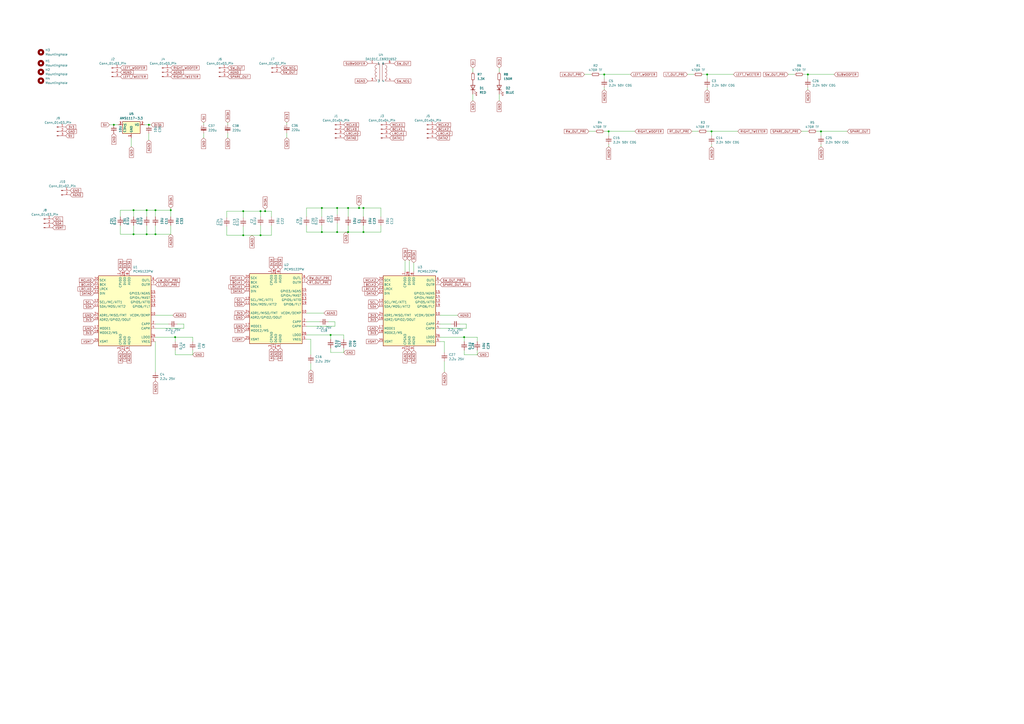
<source format=kicad_sch>
(kicad_sch (version 20231120) (generator "eeschema") (generator_version "8.0")
  (paper "A2")
  (junction (at 85.09 121.92))
  (junction (at 151.13 122.5027))
  (junction (at 353.06 76.2))
  (junction (at 141.0993 136.4727))
  (junction (at 151.13 136.4727))
  (junction (at 90.17 121.92))
  (junction (at 269.24 195.58))
  (junction (at 66.04 72.39))
  (junction (at 153.7993 122.5027))
  (junction (at 201.93 120.65))
  (junction (at 410.21 43.18))
  (junction (at 90.17 135.89))
  (junction (at 210.82 134.62))
  (junction (at 476.25 76.2))
  (junction (at 86.36 72.39))
  (junction (at 195.58 134.62))
  (junction (at 210.82 120.65))
  (junction (at 77.47 121.92))
  (junction (at 186.69 134.62))
  (junction (at 186.69 120.65))
  (junction (at 195.58 120.65))
  (junction (at 141.0993 122.5027))
  (junction (at 101.6 195.58))
  (junction (at 99.06 121.92))
  (junction (at 77.47 135.89))
  (junction (at 201.93 134.62))
  (junction (at 412.75 76.2))
  (junction (at 191.77 194.31))
  (junction (at 208.28 120.65))
  (junction (at 350.52 43.18))
  (junction (at 85.09 135.89))
  (junction (at 468.63 43.18))
  (wire (pts (xy 66.04 72.39) (xy 68.58 72.39)))
  (wire (pts (xy 276.86 205.74) (xy 276.86 203.2)))
  (wire (pts (xy 410.21 52.07) (xy 410.21 50.8)))
  (wire (pts (xy 255.27 195.58) (xy 269.24 195.58)))
  (wire (pts (xy 201.93 134.62) (xy 210.82 134.62)))
  (wire (pts (xy 427.99 76.2) (xy 412.75 76.2)))
  (wire (pts (xy 177.8 194.31) (xy 191.77 194.31)))
  (wire (pts (xy 350.52 45.72) (xy 350.52 43.18)))
  (wire (pts (xy 99.06 125.73) (xy 99.06 121.92)))
  (wire (pts (xy 157.48 122.5027) (xy 153.7993 122.5027)))
  (wire (pts (xy 131.5421 136.4727) (xy 131.5421 131.3569)))
  (wire (pts (xy 199.39 194.31) (xy 199.39 196.85)))
  (wire (pts (xy 177.8 181.61) (xy 187.96 181.61)))
  (wire (pts (xy 118.11 71.12) (xy 118.11 72.263)))
  (wire (pts (xy 153.7993 122.5027) (xy 151.13 122.5027)))
  (wire (pts (xy 131.5421 122.5027) (xy 131.5421 126.2769)))
  (wire (pts (xy 102.87 187.96) (xy 106.68 187.96)))
  (wire (pts (xy 186.69 130.81) (xy 186.69 134.62)))
  (wire (pts (xy 132.08 71.12) (xy 132.08 72.263)))
  (wire (pts (xy 353.06 85.09) (xy 353.06 83.82)))
  (wire (pts (xy 255.27 190.5) (xy 270.51 190.5)))
  (wire (pts (xy 77.47 135.89) (xy 69.85 135.89)))
  (wire (pts (xy 118.11 80.01) (xy 118.11 77.343)))
  (wire (pts (xy 90.17 121.92) (xy 99.06 121.92)))
  (wire (pts (xy 186.69 134.62) (xy 195.58 134.62)))
  (wire (pts (xy 208.28 120.65) (xy 201.93 120.65)))
  (wire (pts (xy 186.69 134.62) (xy 177.8 134.62)))
  (wire (pts (xy 90.17 198.12) (xy 90.17 215.9)))
  (wire (pts (xy 195.58 120.65) (xy 195.58 124.46)))
  (wire (pts (xy 111.76 195.58) (xy 111.76 198.12)))
  (wire (pts (xy 473.71 76.2) (xy 476.25 76.2)))
  (wire (pts (xy 199.39 204.47) (xy 199.39 201.93)))
  (wire (pts (xy 274.32 58.42) (xy 274.32 54.61)))
  (wire (pts (xy 90.17 135.89) (xy 99.06 135.89)))
  (wire (pts (xy 468.63 52.07) (xy 468.63 50.8)))
  (wire (pts (xy 85.09 121.92) (xy 77.47 121.92)))
  (wire (pts (xy 85.09 121.92) (xy 85.09 125.73)))
  (wire (pts (xy 190.5 186.69) (xy 194.31 186.69)))
  (wire (pts (xy 457.2 43.18) (xy 461.01 43.18)))
  (wire (pts (xy 86.36 72.39) (xy 83.82 72.39)))
  (wire (pts (xy 191.77 194.31) (xy 191.77 196.85)))
  (wire (pts (xy 368.3 76.2) (xy 353.06 76.2)))
  (wire (pts (xy 269.24 195.58) (xy 276.86 195.58)))
  (wire (pts (xy 141.0993 122.5027) (xy 131.5421 122.5027)))
  (wire (pts (xy 257.81 209.55) (xy 257.81 215.9)))
  (wire (pts (xy 234.95 151.13) (xy 234.95 157.48)))
  (wire (pts (xy 141.0993 122.5027) (xy 141.0993 126.3127)))
  (wire (pts (xy 132.08 80.01) (xy 132.08 77.343)))
  (wire (pts (xy 106.68 187.96) (xy 106.68 190.5)))
  (wire (pts (xy 186.69 120.65) (xy 177.8 120.65)))
  (wire (pts (xy 201.93 125.73) (xy 201.93 120.65)))
  (wire (pts (xy 210.82 125.73) (xy 210.82 120.65)))
  (wire (pts (xy 90.17 130.81) (xy 90.17 135.89)))
  (wire (pts (xy 339.09 43.18) (xy 342.9 43.18)))
  (wire (pts (xy 210.82 134.62) (xy 220.98 134.62)))
  (wire (pts (xy 412.75 78.74) (xy 412.75 76.2)))
  (wire (pts (xy 180.34 210.82) (xy 180.34 214.63)))
  (wire (pts (xy 237.49 151.13) (xy 237.49 157.48)))
  (wire (pts (xy 90.17 125.73) (xy 90.17 121.92)))
  (wire (pts (xy 186.69 120.65) (xy 186.69 125.73)))
  (wire (pts (xy 201.93 130.81) (xy 201.93 134.62)))
  (wire (pts (xy 101.6 205.74) (xy 101.6 203.2)))
  (wire (pts (xy 77.47 121.92) (xy 69.85 121.92)))
  (wire (pts (xy 412.75 85.09) (xy 412.75 83.82)))
  (wire (pts (xy 195.58 134.62) (xy 201.93 134.62)))
  (wire (pts (xy 151.13 122.5027) (xy 151.13 125.73)))
  (wire (pts (xy 483.87 43.18) (xy 468.63 43.18)))
  (wire (pts (xy 69.85 135.89) (xy 69.85 130.81)))
  (wire (pts (xy 491.49 76.2) (xy 476.25 76.2)))
  (wire (pts (xy 141.0993 136.4727) (xy 151.13 136.4727)))
  (wire (pts (xy 347.98 43.18) (xy 350.52 43.18)))
  (wire (pts (xy 191.77 194.31) (xy 199.39 194.31)))
  (wire (pts (xy 85.09 135.89) (xy 77.47 135.89)))
  (wire (pts (xy 195.58 129.54) (xy 195.58 134.62)))
  (wire (pts (xy 210.82 130.81) (xy 210.82 134.62)))
  (wire (pts (xy 106.68 190.5) (xy 90.17 190.5)))
  (wire (pts (xy 353.06 78.74) (xy 353.06 76.2)))
  (wire (pts (xy 111.76 205.74) (xy 111.76 203.2)))
  (wire (pts (xy 177.8 120.65) (xy 177.8 125.73)))
  (wire (pts (xy 177.8 196.85) (xy 180.34 196.85)))
  (wire (pts (xy 141.0993 131.3927) (xy 141.0993 136.4727)))
  (wire (pts (xy 407.67 43.18) (xy 410.21 43.18)))
  (wire (pts (xy 464.82 76.2) (xy 468.63 76.2)))
  (wire (pts (xy 194.31 186.69) (xy 194.31 189.23)))
  (wire (pts (xy 63.5 72.39) (xy 66.04 72.39)))
  (wire (pts (xy 141.0993 122.5027) (xy 151.13 122.5027)))
  (wire (pts (xy 210.82 120.65) (xy 220.98 120.65)))
  (wire (pts (xy 341.63 76.2) (xy 345.44 76.2)))
  (wire (pts (xy 208.28 120.65) (xy 208.28 119.38)))
  (wire (pts (xy 365.76 43.18) (xy 350.52 43.18)))
  (wire (pts (xy 97.79 187.96) (xy 90.17 187.96)))
  (wire (pts (xy 99.06 130.81) (xy 99.06 135.89)))
  (wire (pts (xy 398.78 43.18) (xy 402.59 43.18)))
  (wire (pts (xy 180.34 196.85) (xy 180.34 205.74)))
  (wire (pts (xy 157.48 130.81) (xy 157.48 136.4727)))
  (wire (pts (xy 153.7993 122.5027) (xy 153.7993 121.2327)))
  (wire (pts (xy 201.93 120.65) (xy 195.58 120.65)))
  (wire (pts (xy 401.32 76.2) (xy 405.13 76.2)))
  (wire (pts (xy 425.45 43.18) (xy 410.21 43.18)))
  (wire (pts (xy 157.48 136.4727) (xy 151.13 136.4727)))
  (wire (pts (xy 269.24 205.74) (xy 269.24 203.2)))
  (wire (pts (xy 77.47 130.81) (xy 77.47 135.89)))
  (wire (pts (xy 77.47 121.92) (xy 77.47 125.73)))
  (wire (pts (xy 274.32 39.37) (xy 274.32 41.91)))
  (wire (pts (xy 157.48 125.73) (xy 157.48 122.5027)))
  (wire (pts (xy 166.37 79.883) (xy 166.37 77.216)))
  (wire (pts (xy 220.98 125.73) (xy 220.98 120.65)))
  (wire (pts (xy 466.09 43.18) (xy 468.63 43.18)))
  (wire (pts (xy 101.6 195.58) (xy 101.6 198.12)))
  (wire (pts (xy 269.24 195.58) (xy 269.24 198.12)))
  (wire (pts (xy 266.7 187.96) (xy 270.51 187.96)))
  (wire (pts (xy 410.21 76.2) (xy 412.75 76.2)))
  (wire (pts (xy 194.31 189.23) (xy 177.8 189.23)))
  (wire (pts (xy 90.17 182.88) (xy 100.33 182.88)))
  (wire (pts (xy 76.2 85.09) (xy 76.2 80.01)))
  (wire (pts (xy 186.69 120.65) (xy 195.58 120.65)))
  (wire (pts (xy 85.09 130.81) (xy 85.09 135.89)))
  (wire (pts (xy 87.63 72.39) (xy 86.36 72.39)))
  (wire (pts (xy 220.98 130.81) (xy 220.98 134.62)))
  (wire (pts (xy 191.77 204.47) (xy 191.77 201.93)))
  (wire (pts (xy 476.25 85.09) (xy 476.25 83.82)))
  (wire (pts (xy 86.36 81.28) (xy 86.36 77.47)))
  (wire (pts (xy 410.21 45.72) (xy 410.21 43.18)))
  (wire (pts (xy 255.27 187.96) (xy 261.62 187.96)))
  (wire (pts (xy 255.27 198.12) (xy 257.81 198.12)))
  (wire (pts (xy 111.76 205.74) (xy 101.6 205.74)))
  (wire (pts (xy 85.09 121.92) (xy 90.17 121.92)))
  (wire (pts (xy 257.81 198.12) (xy 257.81 204.47)))
  (wire (pts (xy 240.03 152.4) (xy 240.03 157.48)))
  (wire (pts (xy 151.13 130.81) (xy 151.13 136.4727)))
  (wire (pts (xy 141.0993 136.4727) (xy 131.5421 136.4727)))
  (wire (pts (xy 350.52 76.2) (xy 353.06 76.2)))
  (wire (pts (xy 85.09 135.89) (xy 90.17 135.89)))
  (wire (pts (xy 185.42 186.69) (xy 177.8 186.69)))
  (wire (pts (xy 468.63 45.72) (xy 468.63 43.18)))
  (wire (pts (xy 69.85 121.92) (xy 69.85 125.73)))
  (wire (pts (xy 350.52 52.07) (xy 350.52 50.8)))
  (wire (pts (xy 270.51 187.96) (xy 270.51 190.5)))
  (wire (pts (xy 199.39 204.47) (xy 191.77 204.47)))
  (wire (pts (xy 276.86 195.58) (xy 276.86 198.12)))
  (wire (pts (xy 289.56 39.37) (xy 289.56 41.91)))
  (wire (pts (xy 90.17 195.58) (xy 101.6 195.58)))
  (wire (pts (xy 99.06 121.92) (xy 99.06 120.65)))
  (wire (pts (xy 208.28 120.65) (xy 210.82 120.65)))
  (wire (pts (xy 476.25 78.74) (xy 476.25 76.2)))
  (wire (pts (xy 166.37 70.993) (xy 166.37 72.136)))
  (wire (pts (xy 255.27 182.88) (xy 265.43 182.88)))
  (wire (pts (xy 289.56 58.42) (xy 289.56 54.61)))
  (wire (pts (xy 276.86 205.74) (xy 269.24 205.74)))
  (wire (pts (xy 177.8 134.62) (xy 177.8 130.81)))
  (wire (pts (xy 101.6 195.58) (xy 111.76 195.58)))
  (global_label "AGND" (shape input) (at 240.03 203.2 270) (property "Intersheetrefs" "${INTERSHEET_REFS}" (effects (hide yes))))
  (global_label "MCLK1" (shape input) (at 226.06 72.39 0) (property "Intersheetrefs" "${INTERSHEET_REFS}" (effects (hide yes))))
  (global_label "AGND" (shape input) (at 410.21 52.07 270) (property "Intersheetrefs" "${INTERSHEET_REFS}" (effects (hide yes))))
  (global_label "LRCLK1" (shape input) (at 226.06 77.47 0) (property "Intersheetrefs" "${INTERSHEET_REFS}" (effects (hide yes))))
  (global_label "3V3A" (shape input) (at 99.06 120.65 90) (property "Intersheetrefs" "${INTERSHEET_REFS}" (effects (hide yes))))
  (global_label "AGND" (shape input) (at 69.85 41.91 0) (property "Intersheetrefs" "${INTERSHEET_REFS}" (effects (hide yes))))
  (global_label "SPARE_OUT" (shape input) (at 491.49 76.2 0) (property "Intersheetrefs" "${INTERSHEET_REFS}" (effects (hide yes))))
  (global_label "BCLK1" (shape input) (at 142.24 163.83 180) (property "Intersheetrefs" "${INTERSHEET_REFS}" (effects (hide yes))))
  (global_label "SPARE_OUT" (shape input) (at 132.08 44.45 0) (property "Intersheetrefs" "${INTERSHEET_REFS}" (effects (hide yes))))
  (global_label "DATA1" (shape input) (at 142.24 168.91 180) (property "Intersheetrefs" "${INTERSHEET_REFS}" (effects (hide yes))))
  (global_label "AGND" (shape input) (at 353.06 85.09 270) (property "Intersheetrefs" "${INTERSHEET_REFS}" (effects (hide yes))))
  (global_label "3V3A" (shape input) (at 87.63 72.39 0) (property "Intersheetrefs" "${INTERSHEET_REFS}" (effects (hide yes))))
  (global_label "RIGHT_TWEETER" (shape input) (at 99.06 44.45 0) (property "Intersheetrefs" "${INTERSHEET_REFS}" (effects (hide yes))))
  (global_label "AGND" (shape input) (at 74.93 203.2 270) (property "Intersheetrefs" "${INTERSHEET_REFS}" (effects (hide yes))))
  (global_label "AGND" (shape input) (at 86.36 81.28 270) (property "Intersheetrefs" "${INTERSHEET_REFS}" (effects (hide yes))))
  (global_label "LRCLK2" (shape input) (at 252.73 77.47 0) (property "Intersheetrefs" "${INTERSHEET_REFS}" (effects (hide yes))))
  (global_label "5V" (shape input) (at 38.1 78.74 0) (property "Intersheetrefs" "${INTERSHEET_REFS}" (effects (hide yes))))
  (global_label "SW_NEG" (shape input) (at 228.6 46.99 0) (property "Intersheetrefs" "${INTERSHEET_REFS}" (effects (hide yes))))
  (global_label "RW_OUT_PRE" (shape input) (at 177.8 161.29 0) (property "Intersheetrefs" "${INTERSHEET_REFS}" (effects (hide yes))))
  (global_label "LW_OUT_PRE" (shape input) (at 339.09 43.18 180) (property "Intersheetrefs" "${INTERSHEET_REFS}" (effects (hide yes))))
  (global_label "3V3" (shape input) (at 219.71 193.04 180) (property "Intersheetrefs" "${INTERSHEET_REFS}" (effects (hide yes))))
  (global_label "AGND" (shape input) (at 213.36 46.99 180) (property "Intersheetrefs" "${INTERSHEET_REFS}" (effects (hide yes))))
  (global_label "3V3A" (shape input) (at 234.95 151.13 90) (property "Intersheetrefs" "${INTERSHEET_REFS}" (effects (hide yes))))
  (global_label "XSMT" (shape input) (at 30.48 132.08 0) (property "Intersheetrefs" "${INTERSHEET_REFS}" (effects (hide yes))))
  (global_label "3V3" (shape input) (at 160.02 156.21 90) (property "Intersheetrefs" "${INTERSHEET_REFS}" (effects (hide yes))))
  (global_label "GND" (shape input) (at 38.1 76.2 0) (property "Intersheetrefs" "${INTERSHEET_REFS}" (effects (hide yes))))
  (global_label "GND" (shape input) (at 289.56 58.42 270) (property "Intersheetrefs" "${INTERSHEET_REFS}" (effects (hide yes))))
  (global_label "GND" (shape input) (at 132.08 80.01 270) (property "Intersheetrefs" "${INTERSHEET_REFS}" (effects (hide yes))))
  (global_label "LEFT_TWEETER" (shape input) (at 69.85 44.45 0) (property "Intersheetrefs" "${INTERSHEET_REFS}" (effects (hide yes))))
  (global_label "GND" (shape input) (at 54.61 190.5 180) (property "Intersheetrefs" "${INTERSHEET_REFS}" (effects (hide yes))))
  (global_label "GND" (shape input) (at 142.24 184.15 180) (property "Intersheetrefs" "${INTERSHEET_REFS}" (effects (hide yes))))
  (global_label "MCLK0" (shape input) (at 199.39 72.39 0) (property "Intersheetrefs" "${INTERSHEET_REFS}" (effects (hide yes))))
  (global_label "RIGHT_WOOFER" (shape input) (at 368.3 76.2 0) (property "Intersheetrefs" "${INTERSHEET_REFS}" (effects (hide yes))))
  (global_label "5V" (shape input) (at 274.32 39.37 90) (property "Intersheetrefs" "${INTERSHEET_REFS}" (effects (hide yes))))
  (global_label "AGND" (shape input) (at 257.81 215.9 270) (property "Intersheetrefs" "${INTERSHEET_REFS}" (effects (hide yes))))
  (global_label "GND" (shape input) (at 199.39 204.47 0) (property "Intersheetrefs" "${INTERSHEET_REFS}" (effects (hide yes))))
  (global_label "3V3" (shape input) (at 54.61 185.42 180) (property "Intersheetrefs" "${INTERSHEET_REFS}" (effects (hide yes))))
  (global_label "3V3" (shape input) (at 208.28 119.38 90) (property "Intersheetrefs" "${INTERSHEET_REFS}" (effects (hide yes))))
  (global_label "AGND" (shape input) (at 412.75 85.09 270) (property "Intersheetrefs" "${INTERSHEET_REFS}" (effects (hide yes))))
  (global_label "AGND" (shape input) (at 234.95 203.2 270) (property "Intersheetrefs" "${INTERSHEET_REFS}" (effects (hide yes))))
  (global_label "GND" (shape input) (at 66.04 77.47 270) (property "Intersheetrefs" "${INTERSHEET_REFS}" (effects (hide yes))))
  (global_label "MCLK0" (shape input) (at 54.61 162.56 180) (property "Intersheetrefs" "${INTERSHEET_REFS}" (effects (hide yes))))
  (global_label "AGND" (shape input) (at 100.33 182.88 0) (property "Intersheetrefs" "${INTERSHEET_REFS}" (effects (hide yes))))
  (global_label "GND" (shape input) (at 160.02 201.93 270) (property "Intersheetrefs" "${INTERSHEET_REFS}" (effects (hide yes))))
  (global_label "3V3" (shape input) (at 166.37 70.993 90) (property "Intersheetrefs" "${INTERSHEET_REFS}" (effects (hide yes))))
  (global_label "GND" (shape input) (at 166.37 79.883 270) (property "Intersheetrefs" "${INTERSHEET_REFS}" (effects (hide yes))))
  (global_label "GND" (shape input) (at 72.39 203.2 270) (property "Intersheetrefs" "${INTERSHEET_REFS}" (effects (hide yes))))
  (global_label "GND" (shape input) (at 274.32 58.42 270) (property "Intersheetrefs" "${INTERSHEET_REFS}" (effects (hide yes))))
  (global_label "MCLK1" (shape input) (at 142.24 161.29 180) (property "Intersheetrefs" "${INTERSHEET_REFS}" (effects (hide yes))))
  (global_label "AGND" (shape input) (at 162.56 201.93 270) (property "Intersheetrefs" "${INTERSHEET_REFS}" (effects (hide yes))))
  (global_label "3V3" (shape input) (at 219.71 182.88 180) (property "Intersheetrefs" "${INTERSHEET_REFS}" (effects (hide yes))))
  (global_label "LT_OUT_PRE" (shape input) (at 398.78 43.18 180) (property "Intersheetrefs" "${INTERSHEET_REFS}" (effects (hide yes))))
  (global_label "SUBWOOFER" (shape input) (at 483.87 43.18 0) (property "Intersheetrefs" "${INTERSHEET_REFS}" (effects (hide yes))))
  (global_label "GND" (shape input) (at 219.71 190.5 180) (property "Intersheetrefs" "${INTERSHEET_REFS}" (effects (hide yes))))
  (global_label "SDA" (shape input) (at 30.48 129.54 0) (property "Intersheetrefs" "${INTERSHEET_REFS}" (effects (hide yes))))
  (global_label "SW_OUT_PRE" (shape input) (at 457.2 43.18 180) (property "Intersheetrefs" "${INTERSHEET_REFS}" (effects (hide yes))))
  (global_label "DATA0" (shape input) (at 199.39 80.01 0) (property "Intersheetrefs" "${INTERSHEET_REFS}" (effects (hide yes))))
  (global_label "SDA" (shape input) (at 142.24 176.53 180) (property "Intersheetrefs" "${INTERSHEET_REFS}" (effects (hide yes))))
  (global_label "GND" (shape input) (at 200.66 134.62 270) (property "Intersheetrefs" "${INTERSHEET_REFS}" (effects (hide yes))))
  (global_label "MCLK2" (shape input) (at 219.71 162.56 180) (property "Intersheetrefs" "${INTERSHEET_REFS}" (effects (hide yes))))
  (global_label "SCL" (shape input) (at 219.71 175.26 180) (property "Intersheetrefs" "${INTERSHEET_REFS}" (effects (hide yes))))
  (global_label "3V3A" (shape input) (at 153.7993 121.2327 90) (property "Intersheetrefs" "${INTERSHEET_REFS}" (effects (hide yes))))
  (global_label "SCL" (shape input) (at 54.61 175.26 180) (property "Intersheetrefs" "${INTERSHEET_REFS}" (effects (hide yes))))
  (global_label "3V3" (shape input) (at 72.39 157.48 90) (property "Intersheetrefs" "${INTERSHEET_REFS}" (effects (hide yes))))
  (global_label "AGND" (shape input) (at 180.34 214.63 270) (property "Intersheetrefs" "${INTERSHEET_REFS}" (effects (hide yes))))
  (global_label "BCLK2" (shape input) (at 219.71 165.1 180) (property "Intersheetrefs" "${INTERSHEET_REFS}" (effects (hide yes))))
  (global_label "AGND" (shape input) (at 99.06 135.89 270) (property "Intersheetrefs" "${INTERSHEET_REFS}" (effects (hide yes))))
  (global_label "SCL" (shape input) (at 30.48 127 0) (property "Intersheetrefs" "${INTERSHEET_REFS}" (effects (hide yes))))
  (global_label "3V3" (shape input) (at 54.61 193.04 180) (property "Intersheetrefs" "${INTERSHEET_REFS}" (effects (hide yes))))
  (global_label "GND" (shape input) (at 40.64 110.49 0) (property "Intersheetrefs" "${INTERSHEET_REFS}" (effects (hide yes))))
  (global_label "AGND" (shape input) (at 350.52 52.07 270) (property "Intersheetrefs" "${INTERSHEET_REFS}" (effects (hide yes))))
  (global_label "RIGHT_TWEETER" (shape input) (at 427.99 76.2 0) (property "Intersheetrefs" "${INTERSHEET_REFS}" (effects (hide yes))))
  (global_label "LW_OUT_PRE" (shape input) (at 90.17 162.56 0) (property "Intersheetrefs" "${INTERSHEET_REFS}" (effects (hide yes))))
  (global_label "DATA0" (shape input) (at 54.61 170.18 180) (property "Intersheetrefs" "${INTERSHEET_REFS}" (effects (hide yes))))
  (global_label "3V3" (shape input) (at 142.24 181.61 180) (property "Intersheetrefs" "${INTERSHEET_REFS}" (effects (hide yes))))
  (global_label "3V3" (shape input) (at 38.1 73.66 0) (property "Intersheetrefs" "${INTERSHEET_REFS}" (effects (hide yes))))
  (global_label "XSMT" (shape input) (at 219.71 198.12 180) (property "Intersheetrefs" "${INTERSHEET_REFS}" (effects (hide yes))))
  (global_label "BCLK0" (shape input) (at 54.61 165.1 180) (property "Intersheetrefs" "${INTERSHEET_REFS}" (effects (hide yes))))
  (global_label "AGND" (shape input) (at 157.48 201.93 270) (property "Intersheetrefs" "${INTERSHEET_REFS}" (effects (hide yes))))
  (global_label "3V3" (shape input) (at 289.56 39.37 90) (property "Intersheetrefs" "${INTERSHEET_REFS}" (effects (hide yes))))
  (global_label "GND" (shape input) (at 142.24 189.23 180) (property "Intersheetrefs" "${INTERSHEET_REFS}" (effects (hide yes))))
  (global_label "LRCLK0" (shape input) (at 199.39 77.47 0) (property "Intersheetrefs" "${INTERSHEET_REFS}" (effects (hide yes))))
  (global_label "AGND" (shape input) (at 99.06 41.91 0) (property "Intersheetrefs" "${INTERSHEET_REFS}" (effects (hide yes))))
  (global_label "RT_OUT_PRE" (shape input) (at 177.8 163.83 0) (property "Intersheetrefs" "${INTERSHEET_REFS}" (effects (hide yes))))
  (global_label "AGND" (shape input) (at 146.1793 136.4727 270) (property "Intersheetrefs" "${INTERSHEET_REFS}" (effects (hide yes))))
  (global_label "AGND" (shape input) (at 132.08 41.91 0) (property "Intersheetrefs" "${INTERSHEET_REFS}" (effects (hide yes))))
  (global_label "BCLK1" (shape input) (at 226.06 74.93 0) (property "Intersheetrefs" "${INTERSHEET_REFS}" (effects (hide yes))))
  (global_label "3V3A" (shape input) (at 132.08 71.12 90) (property "Intersheetrefs" "${INTERSHEET_REFS}" (effects (hide yes))))
  (global_label "AGND" (shape input) (at 69.85 203.2 270) (property "Intersheetrefs" "${INTERSHEET_REFS}" (effects (hide yes))))
  (global_label "SW_OUT" (shape input) (at 132.08 39.37 0) (property "Intersheetrefs" "${INTERSHEET_REFS}" (effects (hide yes))))
  (global_label "3V3" (shape input) (at 142.24 191.77 180) (property "Intersheetrefs" "${INTERSHEET_REFS}" (effects (hide yes))))
  (global_label "AGND" (shape input) (at 90.17 220.98 270) (property "Intersheetrefs" "${INTERSHEET_REFS}" (effects (hide yes))))
  (global_label "LEFT_WOOFER" (shape input) (at 69.85 39.37 0) (property "Intersheetrefs" "${INTERSHEET_REFS}" (effects (hide yes))))
  (global_label "AGND" (shape input) (at 40.64 113.03 0) (property "Intersheetrefs" "${INTERSHEET_REFS}" (effects (hide yes))))
  (global_label "3V3" (shape input) (at 219.71 185.42 180) (property "Intersheetrefs" "${INTERSHEET_REFS}" (effects (hide yes))))
  (global_label "DATA2" (shape input) (at 252.73 80.01 0) (property "Intersheetrefs" "${INTERSHEET_REFS}" (effects (hide yes))))
  (global_label "3V3A" (shape input) (at 74.93 157.48 90) (property "Intersheetrefs" "${INTERSHEET_REFS}" (effects (hide yes))))
  (global_label "SDA" (shape input) (at 54.61 177.8 180) (property "Intersheetrefs" "${INTERSHEET_REFS}" (effects (hide yes))))
  (global_label "GND" (shape input) (at 276.86 205.74 0) (property "Intersheetrefs" "${INTERSHEET_REFS}" (effects (hide yes))))
  (global_label "DATA1" (shape input) (at 226.06 80.01 0) (property "Intersheetrefs" "${INTERSHEET_REFS}" (effects (hide yes))))
  (global_label "SPARE_OUT_PRE" (shape input) (at 464.82 76.2 180) (property "Intersheetrefs" "${INTERSHEET_REFS}" (effects (hide yes))))
  (global_label "BCLK0" (shape input) (at 199.39 74.93 0) (property "Intersheetrefs" "${INTERSHEET_REFS}" (effects (hide yes))))
  (global_label "BCLK2" (shape input) (at 252.73 74.93 0) (property "Intersheetrefs" "${INTERSHEET_REFS}" (effects (hide yes))))
  (global_label "GND" (shape input) (at 111.76 205.74 0) (property "Intersheetrefs" "${INTERSHEET_REFS}" (effects (hide yes))))
  (global_label "GND" (shape input) (at 237.49 203.2 270) (property "Intersheetrefs" "${INTERSHEET_REFS}" (effects (hide yes))))
  (global_label "SW_NEG" (shape input) (at 162.56 39.37 0) (property "Intersheetrefs" "${INTERSHEET_REFS}" (effects (hide yes))))
  (global_label "SW_OUT_PRE" (shape input) (at 255.27 162.56 0) (property "Intersheetrefs" "${INTERSHEET_REFS}" (effects (hide yes))))
  (global_label "LRCLK1" (shape input) (at 142.24 166.37 180) (property "Intersheetrefs" "${INTERSHEET_REFS}" (effects (hide yes))))
  (global_label "GND" (shape input) (at 76.2 85.09 270) (property "Intersheetrefs" "${INTERSHEET_REFS}" (effects (hide yes))))
  (global_label "SPARE_OUT_PRE" (shape input) (at 255.27 165.1 0) (property "Intersheetrefs" "${INTERSHEET_REFS}" (effects (hide yes))))
  (global_label "SW_OUT" (shape input) (at 228.6 36.83 0) (property "Intersheetrefs" "${INTERSHEET_REFS}" (effects (hide yes))))
  (global_label "XSMT" (shape input) (at 54.61 198.12 180) (property "Intersheetrefs" "${INTERSHEET_REFS}" (effects (hide yes))))
  (global_label "5V" (shape input) (at 63.5 72.39 180) (property "Intersheetrefs" "${INTERSHEET_REFS}" (effects (hide yes))))
  (global_label "AGND" (shape input) (at 476.25 85.09 270) (property "Intersheetrefs" "${INTERSHEET_REFS}" (effects (hide yes))))
  (global_label "LT_OUT_PRE" (shape input) (at 90.17 165.1 0) (property "Intersheetrefs" "${INTERSHEET_REFS}" (effects (hide yes))))
  (global_label "GND" (shape input) (at 118.11 80.01 270) (property "Intersheetrefs" "${INTERSHEET_REFS}" (effects (hide yes))))
  (global_label "LEFT_TWEETER" (shape input) (at 425.45 43.18 0) (property "Intersheetrefs" "${INTERSHEET_REFS}" (effects (hide yes))))
  (global_label "3V3A" (shape input) (at 240.03 152.4 90) (property "Intersheetrefs" "${INTERSHEET_REFS}" (effects (hide yes))))
  (global_label "AGND" (shape input) (at 187.96 181.61 0) (property "Intersheetrefs" "${INTERSHEET_REFS}" (effects (hide yes))))
  (global_label "AGND" (shape input) (at 468.63 52.07 270) (property "Intersheetrefs" "${INTERSHEET_REFS}" (effects (hide yes))))
  (global_label "AGND" (shape input) (at 265.43 182.88 0) (property "Intersheetrefs" "${INTERSHEET_REFS}" (effects (hide yes))))
  (global_label "SCL" (shape input) (at 142.24 173.99 180) (property "Intersheetrefs" "${INTERSHEET_REFS}" (effects (hide yes))))
  (global_label "LRCLK0" (shape input) (at 54.61 167.64 180) (property "Intersheetrefs" "${INTERSHEET_REFS}" (effects (hide yes))))
  (global_label "5V" (shape input) (at 118.11 71.12 90) (property "Intersheetrefs" "${INTERSHEET_REFS}" (effects (hide yes))))
  (global_label "SW_OUT" (shape input) (at 162.56 41.91 0) (property "Intersheetrefs" "${INTERSHEET_REFS}" (effects (hide yes))))
  (global_label "RT_OUT_PRE" (shape input) (at 401.32 76.2 180) (property "Intersheetrefs" "${INTERSHEET_REFS}" (effects (hide yes))))
  (global_label "RIGHT_WOOFER" (shape input) (at 99.06 39.37 0) (property "Intersheetrefs" "${INTERSHEET_REFS}" (effects (hide yes))))
  (global_label "SDA" (shape input) (at 219.71 177.8 180) (property "Intersheetrefs" "${INTERSHEET_REFS}" (effects (hide yes))))
  (global_label "RW_OUT_PRE" (shape input) (at 341.63 76.2 180) (property "Intersheetrefs" "${INTERSHEET_REFS}" (effects (hide yes))))
  (global_label "SUBWOOFER" (shape input) (at 213.36 36.83 180) (property "Intersheetrefs" "${INTERSHEET_REFS}" (effects (hide yes))))
  (global_label "3V3A" (shape input) (at 157.48 156.21 90) (property "Intersheetrefs" "${INTERSHEET_REFS}" (effects (hide yes))))
  (global_label "3V3" (shape input) (at 237.49 151.13 90) (property "Intersheetrefs" "${INTERSHEET_REFS}" (effects (hide yes))))
  (global_label "DATA2" (shape input) (at 219.71 170.18 180) (property "Intersheetrefs" "${INTERSHEET_REFS}" (effects (hide yes))))
  (global_label "MCLK2" (shape input) (at 252.73 72.39 0) (property "Intersheetrefs" "${INTERSHEET_REFS}" (effects (hide yes))))
  (global_label "3V3A" (shape input) (at 69.85 157.48 90) (property "Intersheetrefs" "${INTERSHEET_REFS}" (effects (hide yes))))
  (global_label "LEFT_WOOFER" (shape input) (at 365.76 43.18 0) (property "Intersheetrefs" "${INTERSHEET_REFS}" (effects (hide yes))))
  (global_label "GND" (shape input) (at 54.61 182.88 180) (property "Intersheetrefs" "${INTERSHEET_REFS}" (effects (hide yes))))
  (global_label "LRCLK2" (shape input) (at 219.71 167.64 180) (property "Intersheetrefs" "${INTERSHEET_REFS}" (effects (hide yes))))
  (global_label "XSMT" (shape input) (at 142.24 196.85 180) (property "Intersheetrefs" "${INTERSHEET_REFS}" (effects (hide yes))))
  (global_label "3V3A" (shape input) (at 162.56 156.21 90) (property "Intersheetrefs" "${INTERSHEET_REFS}" (effects (hide yes))))
  (symbol (lib_id "Device:LED") (at 289.56 50.8 90) (unit 1)
    (property "Reference" "D2" (at 293.37 51.1174 90) (effects (justify right)))
    (property "Value" "BLUE" (at 293.37 53.6574 90) (effects (justify right)))
    (property "Footprint" "LED_SMD:LED_0603_1608Metric" (effects (hide yes)))
    (property "Description" "Light emitting diode" (effects (hide yes)))
  )
  (symbol (lib_id "Device:R_Small") (at 407.67 76.2 90) (unit 1)
    (property "Reference" "R3" (at 407.67 71.12 90))
    (property "Value" "470R TF" (at 407.67 73.66 90))
    (property "Footprint" "Resistor_SMD:R_0805_2012Metric_Pad1.20x1.40mm_HandSolder" (effects (hide yes)))
    (property "Description" "Resistor, small symbol" (effects (hide yes)))
    (property "Mouser" "603-RT0805FRE07470RL" (effects (hide yes)))
  )
  (symbol (lib_id "Connector:Conn_01x02_Pin") (at 157.48 39.37 0) (unit 1)
    (property "Reference" "J7" (at 158.115 34.29 0))
    (property "Value" "Conn_01x02_Pin" (at 158.115 36.83 0))
    (property "Footprint" "Connector_JST:JST_PH_B2B-PH-K_1x02_P2.00mm_Vertical" (effects (hide yes)))
    (property "Description" "Generic connector, single row, 01x02, script generated" (effects (hide yes)))
  )
  (symbol (lib_id "Device:C_Small") (at 476.25 81.28 180) (unit 1)
    (property "Reference" "C25" (at 478.79 80.0035 0) (effects (justify right)))
    (property "Value" "2.2n 50V C0G" (at 478.79 82.5435 0) (effects (justify right)))
    (property "Footprint" "Capacitor_SMD:C_0805_2012Metric_Pad1.18x1.45mm_HandSolder" (effects (hide yes)))
    (property "Description" "Unpolarized capacitor, small symbol" (effects (hide yes)))
  )
  (symbol (lib_id "Connector:Conn_01x03_Pin") (at 25.4 129.54 0) (unit 1)
    (property "Reference" "J8" (at 26.035 121.92 0))
    (property "Value" "Conn_01x03_Pin" (at 26.035 124.46 0))
    (property "Footprint" "Connector_JST:JST_PH_B3B-PH-K_1x03_P2.00mm_Vertical" (effects (hide yes)))
    (property "Description" "Generic connector, single row, 01x03, script generated" (effects (hide yes)))
  )
  (symbol (lib_id "easyeda2kicad:DA101C_C6931652") (at 220.98 41.91 0) (unit 1)
    (property "Reference" "U4" (at 220.9846 31.75 0))
    (property "Value" "DA101C_C6931652" (at 220.9846 34.29 0))
    (property "Footprint" "easyeda2kicad:XFMR-TH_4P-L9.5-W9.0-P5.08-LS10.2_C9900096976" (effects (hide yes)))
    (property "LCSC Part" "C6931652" (effects (hide yes)))
  )
  (symbol (lib_id "Device:C_Small") (at 199.39 199.39 0) (unit 1)
    (property "Reference" "C19" (at 205.74 199.3963 90))
    (property "Value" "10U" (at 203.2 199.3963 90))
    (property "Footprint" "Capacitor_SMD:C_1206_3216Metric_Pad1.33x1.80mm_HandSolder" (effects (hide yes)))
    (property "Description" "Unpolarized capacitor, small symbol" (effects (hide yes)))
  )
  (symbol (lib_id "Device:C_Small") (at 201.93 128.27 0) (unit 1)
    (property "Reference" "C1" (at 208.28 128.2763 90))
    (property "Value" "10U" (at 205.74 128.2763 90))
    (property "Footprint" "Capacitor_SMD:C_1206_3216Metric_Pad1.33x1.80mm_HandSolder" (effects (hide yes)))
    (property "Description" "Unpolarized capacitor, small symbol" (effects (hide yes)))
  )
  (symbol (lib_id "Mechanical:MountingHole") (at 23.7383 36.6689 0) (unit 1) (exclude_from_sim yes) (in_bom no)
    (property "Reference" "H1" (at 26.2783 35.3988 0) (effects (justify left)))
    (property "Value" "MountingHole" (at 26.2783 37.9388 0) (effects (justify left)))
    (property "Footprint" "MountingHole:MountingHole_3.2mm_M3_DIN965_Pad_TopOnly" (effects (hide yes)))
    (property "Description" "Mounting Hole without connection" (effects (hide yes)))
  )
  (symbol (lib_id "Mechanical:MountingHole") (at 23.7383 46.8289 0) (unit 1) (exclude_from_sim yes) (in_bom no)
    (property "Reference" "H4" (at 26.2783 45.5588 0) (effects (justify left)))
    (property "Value" "MountingHole" (at 26.2783 48.0988 0) (effects (justify left)))
    (property "Footprint" "MountingHole:MountingHole_3.2mm_M3_DIN965_Pad_TopOnly" (effects (hide yes)))
    (property "Description" "Mounting Hole without connection" (effects (hide yes)))
  )
  (symbol (lib_id "Connector:Conn_01x03_Pin") (at 127 41.91 0) (unit 1)
    (property "Reference" "J6" (at 127.635 34.29 0))
    (property "Value" "Conn_01x03_Pin" (at 127.635 36.83 0))
    (property "Footprint" "Connector_JST:JST_PH_B3B-PH-K_1x03_P2.00mm_Vertical" (effects (hide yes)))
    (property "Description" "Generic connector, single row, 01x03, script generated" (effects (hide yes)))
  )
  (symbol (lib_id "Connector:Conn_01x04_Pin") (at 247.65 74.93 0) (unit 1)
    (property "Reference" "J5" (at 248.285 67.31 0))
    (property "Value" "Conn_01x04_Pin" (at 248.285 69.85 0))
    (property "Footprint" "Connector_JST:JST_PH_B4B-PH-K_1x04_P2.00mm_Vertical" (effects (hide yes)))
    (property "Description" "Generic connector, single row, 01x04, script generated" (effects (hide yes)))
  )
  (symbol (lib_id "Connector:Conn_01x03_Pin") (at 64.77 41.91 0) (unit 1)
    (property "Reference" "J2" (at 65.405 34.29 0))
    (property "Value" "Conn_01x03_Pin" (at 65.405 36.83 0))
    (property "Footprint" "Connector_JST:JST_PH_B3B-PH-K_1x03_P2.00mm_Vertical" (effects (hide yes)))
    (property "Description" "Generic connector, single row, 01x03, script generated" (effects (hide yes)))
  )
  (symbol (lib_id "Device:C_Small") (at 177.8 128.27 0) (unit 1)
    (property "Reference" "C9" (at 172.72 128.27 90))
    (property "Value" "0.1U" (at 174.498 128.27 90))
    (property "Footprint" "Capacitor_SMD:C_0805_2012Metric_Pad1.18x1.45mm_HandSolder" (effects (hide yes)))
    (property "Description" "Unpolarized capacitor, small symbol" (effects (hide yes)))
  )
  (symbol (lib_id "Device:C_Polarized_Small") (at 132.08 74.803 0) (unit 1)
    (property "Reference" "C38" (at 134.747 72.9869 0) (effects (justify left)))
    (property "Value" "220u" (at 134.747 75.5269 0) (effects (justify left)))
    (property "Footprint" "Capacitor_THT:CP_Radial_D6.3mm_P2.50mm" (effects (hide yes)))
  )
  (symbol (lib_id "Device:C_Small") (at 350.52 48.26 180) (unit 1)
    (property "Reference" "C5" (at 353.06 46.9835 0) (effects (justify right)))
    (property "Value" "2.2n 50V C0G" (at 353.06 49.5235 0) (effects (justify right)))
    (property "Footprint" "Capacitor_SMD:C_0805_2012Metric_Pad1.18x1.45mm_HandSolder" (effects (hide yes)))
    (property "Description" "Unpolarized capacitor, small symbol" (effects (hide yes)))
    (property "Mouser" "791-0805N222F500CT" (effects (hide yes)))
  )
  (symbol (lib_id "Device:R_Small") (at 471.17 76.2 90) (unit 1)
    (property "Reference" "R5" (at 471.17 71.12 90))
    (property "Value" "470R TF" (at 471.17 73.66 90))
    (property "Footprint" "Resistor_SMD:R_0805_2012Metric_Pad1.20x1.40mm_HandSolder" (effects (hide yes)))
    (property "Description" "Resistor, small symbol" (effects (hide yes)))
    (property "Mouser" "603-RT0805FRE07470RL" (effects (hide yes)))
  )
  (symbol (lib_id "Device:C_Small") (at 468.63 48.26 180) (unit 1)
    (property "Reference" "C26" (at 471.17 46.9835 0) (effects (justify right)))
    (property "Value" "2.2n 50V C0G" (at 471.17 49.5235 0) (effects (justify right)))
    (property "Footprint" "Capacitor_SMD:C_0805_2012Metric_Pad1.18x1.45mm_HandSolder" (effects (hide yes)))
    (property "Description" "Unpolarized capacitor, small symbol" (effects (hide yes)))
  )
  (symbol (lib_id "Audio:PCM5122PW") (at 72.39 180.34 0) (unit 1)
    (property "Reference" "U1" (at 77.1241 154.94 0) (effects (justify left)))
    (property "Value" "PCM5122PW" (at 77.1241 157.48 0) (effects (justify left)))
    (property "Footprint" "Package_SO:TSSOP-28_4.4x9.7mm_P0.65mm" (effects (hide yes)))
    (property "Datasheet" "http://www.ti.com/lit/ds/symlink/pcm5122.pdf" (effects (hide yes)))
    (property "Description" "2VRMS DirectPath, 112dB Audio Stereo DAC with 32-bit, 384kHz PCM Interface, TSSOP-28" (effects (hide yes)))
    (property "Mouser" "595-PCM5142PWR" (effects (hide yes)))
  )
  (symbol (lib_id "Device:R_Small") (at 405.13 43.18 90) (unit 1)
    (property "Reference" "R1" (at 405.13 38.1 90))
    (property "Value" "470R TF" (at 405.13 40.64 90))
    (property "Footprint" "Resistor_SMD:R_0805_2012Metric_Pad1.20x1.40mm_HandSolder" (effects (hide yes)))
    (property "Description" "Resistor, small symbol" (effects (hide yes)))
    (property "Mouser" "603-RT0805FRE07470RL" (effects (hide yes)))
  )
  (symbol (lib_id "Device:R_Small") (at 463.55 43.18 90) (unit 1)
    (property "Reference" "R6" (at 463.55 38.1 90))
    (property "Value" "470R TF" (at 463.55 40.64 90))
    (property "Footprint" "Resistor_SMD:R_0805_2012Metric_Pad1.20x1.40mm_HandSolder" (effects (hide yes)))
    (property "Description" "Resistor, small symbol" (effects (hide yes)))
    (property "Mouser" "603-RT0805FRE07470RL" (effects (hide yes)))
  )
  (symbol (lib_id "Device:C_Small") (at 100.33 187.96 90) (unit 1)
    (property "Reference" "C7" (at 100.33 193.04 90))
    (property "Value" "2.2u 25V" (at 100.33 191.262 90))
    (property "Footprint" "Capacitor_SMD:C_0805_2012Metric_Pad1.18x1.45mm_HandSolder" (effects (hide yes)))
    (property "Description" "Unpolarized capacitor, small symbol" (effects (hide yes)))
  )
  (symbol (lib_id "Device:C_Polarized_Small") (at 118.11 74.803 0) (unit 1)
    (property "Reference" "C37" (at 120.777 72.9869 0) (effects (justify left)))
    (property "Value" "220u" (at 120.777 75.5269 0) (effects (justify left)))
    (property "Footprint" "Capacitor_THT:CP_Radial_D6.3mm_P2.50mm" (effects (hide yes)))
  )
  (symbol (lib_id "Device:C_Small") (at 131.5421 128.8169 0) (unit 1)
    (property "Reference" "C24" (at 126.4621 128.8169 90))
    (property "Value" "0.1U" (at 128.2401 128.8169 90))
    (property "Footprint" "Capacitor_SMD:C_0805_2012Metric_Pad1.18x1.45mm_HandSolder" (effects (hide yes)))
    (property "Description" "Unpolarized capacitor, small symbol" (effects (hide yes)))
  )
  (symbol (lib_id "Device:C_Small") (at 186.69 128.27 0) (unit 1)
    (property "Reference" "C20" (at 181.61 128.27 90))
    (property "Value" "0.1U" (at 183.388 128.27 90))
    (property "Footprint" "Capacitor_SMD:C_0805_2012Metric_Pad1.18x1.45mm_HandSolder" (effects (hide yes)))
    (property "Description" "Unpolarized capacitor, small symbol" (effects (hide yes)))
  )
  (symbol (lib_id "Device:C_Small") (at 195.58 127 0) (unit 1)
    (property "Reference" "C32" (at 190.5 127 90))
    (property "Value" "0.1U" (at 192.278 127 90))
    (property "Footprint" "Capacitor_SMD:C_0805_2012Metric_Pad1.18x1.45mm_HandSolder" (effects (hide yes)))
    (property "Description" "Unpolarized capacitor, small symbol" (effects (hide yes)))
  )
  (symbol (lib_id "Connector:Conn_01x02_Pin") (at 35.56 110.49 0) (unit 1)
    (property "Reference" "J10" (at 36.195 105.41 0))
    (property "Value" "Conn_01x02_Pin" (at 36.195 107.95 0))
    (property "Footprint" "Connector_PinHeader_2.54mm:PinHeader_1x02_P2.54mm_Vertical" (effects (hide yes)))
    (property "Description" "Generic connector, single row, 01x02, script generated" (effects (hide yes)))
  )
  (symbol (lib_id "Device:C_Small") (at 410.21 48.26 180) (unit 1)
    (property "Reference" "C3" (at 412.75 46.9835 0) (effects (justify right)))
    (property "Value" "2.2n 50V C0G" (at 412.75 49.5235 0) (effects (justify right)))
    (property "Footprint" "Capacitor_SMD:C_0805_2012Metric_Pad1.18x1.45mm_HandSolder" (effects (hide yes)))
    (property "Description" "Unpolarized capacitor, small symbol" (effects (hide yes)))
    (property "Mouser" "791-0805N222F500CT" (effects (hide yes)))
  )
  (symbol (lib_id "Device:C_Small") (at 269.24 200.66 180) (unit 1)
    (property "Reference" "C28" (at 274.32 200.66 90))
    (property "Value" "0.1U" (at 272.542 200.66 90))
    (property "Footprint" "Capacitor_SMD:C_0805_2012Metric_Pad1.18x1.45mm_HandSolder" (effects (hide yes)))
    (property "Description" "Unpolarized capacitor, small symbol" (effects (hide yes)))
  )
  (symbol (lib_id "Device:C_Small") (at 99.06 128.27 0) (unit 1)
    (property "Reference" "C33" (at 105.41 128.2763 90))
    (property "Value" "10U" (at 102.87 128.2763 90))
    (property "Footprint" "Capacitor_SMD:C_1206_3216Metric_Pad1.33x1.80mm_HandSolder" (effects (hide yes)))
    (property "Description" "Unpolarized capacitor, small symbol" (effects (hide yes)))
  )
  (symbol (lib_id "Device:C_Small") (at 220.98 128.27 0) (unit 1)
    (property "Reference" "C12" (at 227.33 128.2763 90))
    (property "Value" "10U" (at 224.79 128.2763 90))
    (property "Footprint" "Capacitor_SMD:C_1206_3216Metric_Pad1.33x1.80mm_HandSolder" (effects (hide yes)))
    (property "Description" "Unpolarized capacitor, small symbol" (effects (hide yes)))
  )
  (symbol (lib_id "Audio:PCM5122PW") (at 160.02 179.07 0) (unit 1)
    (property "Reference" "U2" (at 164.7541 153.67 0) (effects (justify left)))
    (property "Value" "PCM5122PW" (at 164.7541 156.21 0) (effects (justify left)))
    (property "Footprint" "Package_SO:TSSOP-28_4.4x9.7mm_P0.65mm" (effects (hide yes)))
    (property "Datasheet" "http://www.ti.com/lit/ds/symlink/pcm5122.pdf" (effects (hide yes)))
    (property "Description" "2VRMS DirectPath, 112dB Audio Stereo DAC with 32-bit, 384kHz PCM Interface, TSSOP-28" (effects (hide yes)))
    (property "Mouser" "595-PCM5142PWR" (effects (hide yes)))
  )
  (symbol (lib_id "Device:C_Small") (at 353.06 81.28 180) (unit 1)
    (property "Reference" "C15" (at 355.6 80.0035 0) (effects (justify right)))
    (property "Value" "2.2n 50V C0G" (at 355.6 82.5435 0) (effects (justify right)))
    (property "Footprint" "Capacitor_SMD:C_0805_2012Metric_Pad1.18x1.45mm_HandSolder" (effects (hide yes)))
    (property "Description" "Unpolarized capacitor, small symbol" (effects (hide yes)))
    (property "Mouser" "791-0805N222F500CT" (effects (hide yes)))
  )
  (symbol (lib_id "Device:C_Small") (at 85.09 128.27 0) (unit 1)
    (property "Reference" "C10" (at 80.01 128.27 90))
    (property "Value" "0.1U" (at 81.788 128.27 90))
    (property "Footprint" "Capacitor_SMD:C_0805_2012Metric_Pad1.18x1.45mm_HandSolder" (effects (hide yes)))
    (property "Description" "Unpolarized capacitor, small symbol" (effects (hide yes)))
  )
  (symbol (lib_id "Device:C_Small") (at 257.81 207.01 180) (unit 1)
    (property "Reference" "C27" (at 260.35 205.7335 0) (effects (justify right)))
    (property "Value" "2.2u 25V" (at 260.35 208.2735 0) (effects (justify right)))
    (property "Footprint" "Capacitor_SMD:C_1206_3216Metric_Pad1.33x1.80mm_HandSolder" (effects (hide yes)))
    (property "Description" "Unpolarized capacitor, small symbol" (effects (hide yes)))
  )
  (symbol (lib_id "Device:R_Small") (at 345.44 43.18 90) (unit 1)
    (property "Reference" "R2" (at 345.44 38.1 90))
    (property "Value" "470R TF" (at 345.44 40.64 90))
    (property "Footprint" "Resistor_SMD:R_0805_2012Metric_Pad1.20x1.40mm_HandSolder" (effects (hide yes)))
    (property "Description" "Resistor, small symbol" (effects (hide yes)))
    (property "Mouser" "603-RT0805FRE07470RL" (effects (hide yes)))
  )
  (symbol (lib_id "Mechanical:MountingHole") (at 23.7383 41.7489 0) (unit 1) (exclude_from_sim yes) (in_bom no)
    (property "Reference" "H2" (at 26.2783 40.4788 0) (effects (justify left)))
    (property "Value" "MountingHole" (at 26.2783 43.0188 0) (effects (justify left)))
    (property "Footprint" "MountingHole:MountingHole_3.2mm_M3_DIN965_Pad_TopOnly" (effects (hide yes)))
    (property "Description" "Mounting Hole without connection" (effects (hide yes)))
  )
  (symbol (lib_id "Connector:Conn_01x03_Pin") (at 33.02 76.2 0) (unit 1)
    (property "Reference" "J9" (at 33.655 68.58 0))
    (property "Value" "Conn_01x03_Pin" (at 33.655 71.12 0))
    (property "Footprint" "Connector_JST:JST_PH_B3B-PH-K_1x03_P2.00mm_Vertical" (effects (hide yes)))
    (property "Description" "Generic connector, single row, 01x03, script generated" (effects (hide yes)))
  )
  (symbol (lib_id "Device:C_Polarized_Small") (at 166.37 74.676 0) (unit 1)
    (property "Reference" "C36" (at 169.037 72.8599 0) (effects (justify left)))
    (property "Value" "220u" (at 169.037 75.3999 0) (effects (justify left)))
    (property "Footprint" "Capacitor_THT:CP_Radial_D6.3mm_P2.50mm" (effects (hide yes)))
  )
  (symbol (lib_id "Device:C_Small") (at 187.96 186.69 90) (unit 1)
    (property "Reference" "C18" (at 187.96 191.77 90))
    (property "Value" "2.2u 25V" (at 187.96 189.992 90))
    (property "Footprint" "Capacitor_SMD:C_0805_2012Metric_Pad1.18x1.45mm_HandSolder" (effects (hide yes)))
    (property "Description" "Unpolarized capacitor, small symbol" (effects (hide yes)))
  )
  (symbol (lib_id "Connector:Conn_01x03_Pin") (at 93.98 41.91 0) (unit 1)
    (property "Reference" "J4" (at 94.615 34.29 0))
    (property "Value" "Conn_01x03_Pin" (at 94.615 36.83 0))
    (property "Footprint" "Connector_JST:JST_PH_B3B-PH-K_1x03_P2.00mm_Vertical" (effects (hide yes)))
    (property "Description" "Generic connector, single row, 01x03, script generated" (effects (hide yes)))
  )
  (symbol (lib_id "Device:C_Small") (at 101.6 200.66 180) (unit 1)
    (property "Reference" "C6" (at 106.68 200.66 90))
    (property "Value" "0.1U" (at 104.902 200.66 90))
    (property "Footprint" "Capacitor_SMD:C_0805_2012Metric_Pad1.18x1.45mm_HandSolder" (effects (hide yes)))
    (property "Description" "Unpolarized capacitor, small symbol" (effects (hide yes)))
  )
  (symbol (lib_id "Connector:Conn_01x04_Pin") (at 220.98 74.93 0) (unit 1)
    (property "Reference" "J3" (at 221.615 67.31 0))
    (property "Value" "Conn_01x04_Pin" (at 221.615 69.85 0))
    (property "Footprint" "Connector_JST:JST_PH_B4B-PH-K_1x04_P2.00mm_Vertical" (effects (hide yes)))
    (property "Description" "Generic connector, single row, 01x04, script generated" (effects (hide yes)))
  )
  (symbol (lib_id "Device:C_Small") (at 86.36 74.93 0) (unit 1)
    (property "Reference" "C35" (at 92.71 74.9363 90))
    (property "Value" "10U" (at 90.17 74.9363 90))
    (property "Footprint" "Capacitor_SMD:C_1206_3216Metric_Pad1.33x1.80mm_HandSolder" (effects (hide yes)))
    (property "Description" "Unpolarized capacitor, small symbol" (effects (hide yes)))
  )
  (symbol (lib_id "Mechanical:MountingHole") (at 23.7383 30.3189 0) (unit 1) (exclude_from_sim yes) (in_bom no)
    (property "Reference" "H3" (at 26.2783 29.0488 0) (effects (justify left)))
    (property "Value" "MountingHole" (at 26.2783 31.5888 0) (effects (justify left)))
    (property "Footprint" "MountingHole:MountingHole_3.2mm_M3_DIN965_Pad_TopOnly" (effects (hide yes)))
    (property "Description" "Mounting Hole without connection" (effects (hide yes)))
  )
  (symbol (lib_id "Device:R_Small") (at 274.32 44.45 0) (unit 1)
    (property "Reference" "R7" (at 276.86 43.1799 0) (effects (justify left)))
    (property "Value" "1.3K" (at 276.86 45.7199 0) (effects (justify left)))
    (property "Footprint" "Resistor_SMD:R_0603_1608Metric_Pad0.98x0.95mm_HandSolder" (effects (hide yes)))
    (property "Description" "Resistor, small symbol" (effects (hide yes)))
  )
  (symbol (lib_id "Device:C_Small") (at 141.0993 128.8527 0) (unit 1)
    (property "Reference" "C13" (at 136.0193 128.8527 90))
    (property "Value" "0.1U" (at 137.7973 128.8527 90))
    (property "Footprint" "Capacitor_SMD:C_0805_2012Metric_Pad1.18x1.45mm_HandSolder" (effects (hide yes)))
    (property "Description" "Unpolarized capacitor, small symbol" (effects (hide yes)))
  )
  (symbol (lib_id "Device:C_Small") (at 412.75 81.28 180) (unit 1)
    (property "Reference" "C14" (at 415.29 80.0035 0) (effects (justify right)))
    (property "Value" "2.2n 50V C0G" (at 415.29 82.5435 0) (effects (justify right)))
    (property "Footprint" "Capacitor_SMD:C_0805_2012Metric_Pad1.18x1.45mm_HandSolder" (effects (hide yes)))
    (property "Description" "Unpolarized capacitor, small symbol" (effects (hide yes)))
    (property "Mouser" "791-0805N222F500CT" (effects (hide yes)))
  )
  (symbol (lib_id "Device:C_Small") (at 90.17 218.44 180) (unit 1)
    (property "Reference" "C4" (at 92.71 217.1635 0) (effects (justify right)))
    (property "Value" "2.2u 25V" (at 92.71 219.7035 0) (effects (justify right)))
    (property "Footprint" "Capacitor_SMD:C_1206_3216Metric_Pad1.33x1.80mm_HandSolder" (effects (hide yes)))
    (property "Description" "Unpolarized capacitor, small symbol" (effects (hide yes)))
  )
  (symbol (lib_id "Device:C_Small") (at 191.77 199.39 180) (unit 1)
    (property "Reference" "C17" (at 196.85 199.39 90))
    (property "Value" "0.1U" (at 195.072 199.39 90))
    (property "Footprint" "Capacitor_SMD:C_0805_2012Metric_Pad1.18x1.45mm_HandSolder" (effects (hide yes)))
    (property "Description" "Unpolarized capacitor, small symbol" (effects (hide yes)))
  )
  (symbol (lib_id "Device:C_Small") (at 264.16 187.96 90) (unit 1)
    (property "Reference" "C30" (at 264.16 193.04 90))
    (property "Value" "2.2u 25V" (at 264.16 191.262 90))
    (property "Footprint" "Capacitor_SMD:C_0805_2012Metric_Pad1.18x1.45mm_HandSolder" (effects (hide yes)))
    (property "Description" "Unpolarized capacitor, small symbol" (effects (hide yes)))
  )
  (symbol (lib_id "Audio:PCM5122PW") (at 237.49 180.34 0) (unit 1)
    (property "Reference" "U3" (at 242.2241 154.94 0) (effects (justify left)))
    (property "Value" "PCM5122PW" (at 242.2241 157.48 0) (effects (justify left)))
    (property "Footprint" "Package_SO:TSSOP-28_4.4x9.7mm_P0.65mm" (effects (hide yes)))
    (property "Datasheet" "http://www.ti.com/lit/ds/symlink/pcm5122.pdf" (effects (hide yes)))
    (property "Description" "2VRMS DirectPath, 112dB Audio Stereo DAC with 32-bit, 384kHz PCM Interface, TSSOP-28" (effects (hide yes)))
    (property "Mouser" "595-PCM5142PWR" (effects (hide yes)))
  )
  (symbol (lib_id "Device:C_Small") (at 90.17 128.27 0) (unit 1)
    (property "Reference" "C11" (at 96.52 128.2763 90))
    (property "Value" "10U" (at 93.98 128.2763 90))
    (property "Footprint" "Capacitor_SMD:C_1206_3216Metric_Pad1.33x1.80mm_HandSolder" (effects (hide yes)))
    (property "Description" "Unpolarized capacitor, small symbol" (effects (hide yes)))
  )
  (symbol (lib_id "Device:C_Small") (at 69.85 128.27 0) (unit 1)
    (property "Reference" "C21" (at 64.77 128.27 90))
    (property "Value" "0.1U" (at 66.548 128.27 90))
    (property "Footprint" "Capacitor_SMD:C_0805_2012Metric_Pad1.18x1.45mm_HandSolder" (effects (hide yes)))
    (property "Description" "Unpolarized capacitor, small symbol" (effects (hide yes)))
  )
  (symbol (lib_id "Device:LED") (at 274.32 50.8 90) (unit 1)
    (property "Reference" "D1" (at 278.13 51.1174 90) (effects (justify right)))
    (property "Value" "RED" (at 278.13 53.6574 90) (effects (justify right)))
    (property "Footprint" "LED_SMD:LED_0603_1608Metric" (effects (hide yes)))
    (property "Description" "Light emitting diode" (effects (hide yes)))
  )
  (symbol (lib_id "Device:C_Small") (at 210.82 128.27 0) (unit 1)
    (property "Reference" "C23" (at 217.17 128.2763 90))
    (property "Value" "10U" (at 214.63 128.2763 90))
    (property "Footprint" "Capacitor_SMD:C_1206_3216Metric_Pad1.33x1.80mm_HandSolder" (effects (hide yes)))
    (property "Description" "Unpolarized capacitor, small symbol" (effects (hide yes)))
  )
  (symbol (lib_id "Connector:Conn_01x04_Pin") (at 194.31 74.93 0) (unit 1)
    (property "Reference" "J1" (at 194.945 67.31 0))
    (property "Value" "Conn_01x04_Pin" (at 194.945 69.85 0))
    (property "Footprint" "Connector_JST:JST_PH_B4B-PH-K_1x04_P2.00mm_Vertical" (effects (hide yes)))
    (property "Description" "Generic connector, single row, 01x04, script generated" (effects (hide yes)))
  )
  (symbol (lib_id "Regulator_Linear:AMS1117-3.3") (at 76.2 72.39 0) (unit 1)
    (property "Reference" "U5" (at 76.2 66.04 0))
    (property "Value" "AMS1117-3.3" (at 76.2 68.58 0))
    (property "Footprint" "Package_TO_SOT_SMD:SOT-223-3_TabPin2" (effects (hide yes)))
    (property "Datasheet" "http://www.advanced-monolithic.com/pdf/ds1117.pdf" (effects (hide yes)))
    (property "Description" "1A Low Dropout regulator, positive, 3.3V fixed output, SOT-223" (effects (hide yes)))
  )
  (symbol (lib_id "Device:R_Small") (at 347.98 76.2 90) (unit 1)
    (property "Reference" "R4" (at 347.98 71.12 90))
    (property "Value" "470R TF" (at 347.98 73.66 90))
    (property "Footprint" "Resistor_SMD:R_0805_2012Metric_Pad1.20x1.40mm_HandSolder" (effects (hide yes)))
    (property "Description" "Resistor, small symbol" (effects (hide yes)))
    (property "Mouser" "603-RT0805FRE07470RL" (effects (hide yes)))
  )
  (symbol (lib_id "Device:C_Small") (at 157.48 128.27 0) (unit 1)
    (property "Reference" "C22" (at 163.83 128.2763 90))
    (property "Value" "10U" (at 161.29 128.2763 90))
    (property "Footprint" "Capacitor_SMD:C_1206_3216Metric_Pad1.33x1.80mm_HandSolder" (effects (hide yes)))
    (property "Description" "Unpolarized capacitor, small symbol" (effects (hide yes)))
  )
  (symbol (lib_id "Device:C_Small") (at 66.04 74.93 0) (unit 1)
    (property "Reference" "C34" (at 72.39 74.9363 90))
    (property "Value" "10U" (at 69.85 74.9363 90))
    (property "Footprint" "Capacitor_SMD:C_1206_3216Metric_Pad1.33x1.80mm_HandSolder" (effects (hide yes)))
    (property "Description" "Unpolarized capacitor, small symbol" (effects (hide yes)))
  )
  (symbol (lib_id "Device:C_Small") (at 111.76 200.66 0) (unit 1)
    (property "Reference" "C8" (at 118.11 200.6663 90))
    (property "Value" "10U" (at 115.57 200.6663 90))
    (property "Footprint" "Capacitor_SMD:C_1206_3216Metric_Pad1.33x1.80mm_HandSolder" (effects (hide yes)))
    (property "Description" "Unpolarized capacitor, small symbol" (effects (hide yes)))
  )
  (symbol (lib_id "Device:C_Small") (at 151.13 128.27 0) (unit 1)
    (property "Reference" "C2" (at 146.05 128.27 90))
    (property "Value" "0.1U" (at 147.828 128.27 90))
    (property "Footprint" "Capacitor_SMD:C_0805_2012Metric_Pad1.18x1.45mm_HandSolder" (effects (hide yes)))
    (property "Description" "Unpolarized capacitor, small symbol" (effects (hide yes)))
  )
  (symbol (lib_id "Device:R_Small") (at 289.56 44.45 0) (unit 1)
    (property "Reference" "R8" (at 292.1 43.1799 0) (effects (justify left)))
    (property "Value" "150R" (at 292.1 45.7199 0) (effects (justify left)))
    (property "Footprint" "Resistor_SMD:R_0603_1608Metric_Pad0.98x0.95mm_HandSolder" (effects (hide yes)))
    (property "Description" "Resistor, small symbol" (effects (hide yes)))
  )
  (symbol (lib_id "Device:C_Small") (at 77.47 128.27 0) (unit 1)
    (property "Reference" "C31" (at 72.39 128.27 90))
    (property "Value" "0.1U" (at 74.168 128.27 90))
    (property "Footprint" "Capacitor_SMD:C_0805_2012Metric_Pad1.18x1.45mm_HandSolder" (effects (hide yes)))
    (property "Description" "Unpolarized capacitor, small symbol" (effects (hide yes)))
  )
  (symbol (lib_id "Device:C_Small") (at 180.34 208.28 180) (unit 1)
    (property "Reference" "C16" (at 182.88 207.0035 0) (effects (justify right)))
    (property "Value" "2.2u 25V" (at 182.88 209.5435 0) (effects (justify right)))
    (property "Footprint" "Capacitor_SMD:C_1206_3216Metric_Pad1.33x1.80mm_HandSolder" (effects (hide yes)))
    (property "Description" "Unpolarized capacitor, small symbol" (effects (hide yes)))
  )
  (symbol (lib_id "Device:C_Small") (at 276.86 200.66 0) (unit 1)
    (property "Reference" "C29" (at 283.21 200.6663 90))
    (property "Value" "10U" (at 280.67 200.6663 90))
    (property "Footprint" "Capacitor_SMD:C_1206_3216Metric_Pad1.33x1.80mm_HandSolder" (effects (hide yes)))
    (property "Description" "Unpolarized capacitor, small symbol" (effects (hide yes)))
  )
)
</source>
